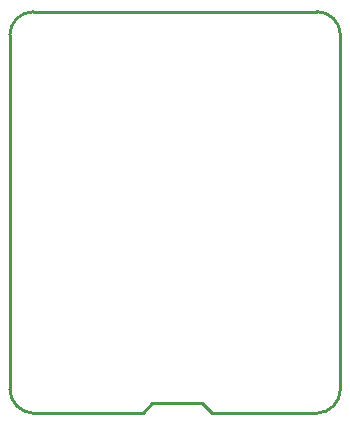
<source format=gm1>
G04 #@! TF.FileFunction,Profile,NP*
%FSLAX46Y46*%
G04 Gerber Fmt 4.6, Leading zero omitted, Abs format (unit mm)*
G04 Created by KiCad (PCBNEW 4.0.5) date 05/04/17 19:44:32*
%MOMM*%
%LPD*%
G01*
G04 APERTURE LIST*
%ADD10C,0.100000*%
%ADD11C,0.254000*%
G04 APERTURE END LIST*
D10*
D11*
X101345845Y-86410800D02*
G75*
G03X103403400Y-88493600I2082955J0D01*
G01*
X127332476Y-88482896D02*
G75*
G03X129336800Y-86446360I-50536J2054316D01*
G01*
X129336800Y-56464200D02*
G75*
G03X127355600Y-54483000I-1981200J0D01*
G01*
X101346000Y-56464200D02*
X101346000Y-86410800D01*
X103327200Y-54483000D02*
G75*
G03X101346000Y-56464200I0J-1981200D01*
G01*
X118491000Y-88483000D02*
X127332740Y-88480900D01*
X117602000Y-87630000D02*
X118491000Y-88483000D01*
X113411000Y-87630000D02*
X117602000Y-87630000D01*
X112585500Y-88483000D02*
X113411000Y-87630000D01*
X103403400Y-88493600D02*
X112585500Y-88493600D01*
X103327200Y-54483000D02*
X127355600Y-54483000D01*
X129334260Y-86443820D02*
X129336800Y-56464200D01*
M02*

</source>
